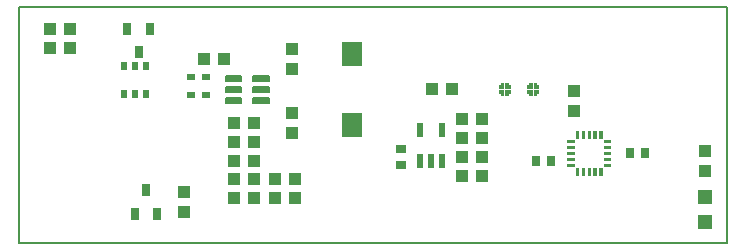
<source format=gtp>
G75*
%MOIN*%
%OFA0B0*%
%FSLAX25Y25*%
%IPPOS*%
%LPD*%
%AMOC8*
5,1,8,0,0,1.08239X$1,22.5*
%
%ADD10C,0.00600*%
%ADD11C,0.00581*%
%ADD12R,0.03937X0.04331*%
%ADD13R,0.03150X0.02362*%
%ADD14R,0.04331X0.03937*%
%ADD15R,0.06693X0.07874*%
%ADD16C,0.00256*%
%ADD17R,0.02756X0.03543*%
%ADD18C,0.00039*%
%ADD19R,0.04724X0.04724*%
%ADD20R,0.02165X0.04724*%
%ADD21R,0.02500X0.04000*%
%ADD22R,0.02000X0.02756*%
%ADD23R,0.03543X0.02756*%
D10*
X0035050Y0071300D02*
X0271270Y0071300D01*
X0271270Y0150040D01*
X0035050Y0150040D01*
X0035050Y0071300D01*
D11*
X0104189Y0119681D02*
X0109317Y0119681D01*
X0109317Y0117939D01*
X0104189Y0117939D01*
X0104189Y0119681D01*
X0104189Y0118491D02*
X0109317Y0118491D01*
X0109317Y0119043D02*
X0104189Y0119043D01*
X0104189Y0119595D02*
X0109317Y0119595D01*
X0109317Y0123421D02*
X0104189Y0123421D01*
X0109317Y0123421D02*
X0109317Y0121679D01*
X0104189Y0121679D01*
X0104189Y0123421D01*
X0104189Y0122231D02*
X0109317Y0122231D01*
X0109317Y0122783D02*
X0104189Y0122783D01*
X0104189Y0123335D02*
X0109317Y0123335D01*
X0113283Y0123421D02*
X0118411Y0123421D01*
X0118411Y0121679D01*
X0113283Y0121679D01*
X0113283Y0123421D01*
X0113283Y0122231D02*
X0118411Y0122231D01*
X0118411Y0122783D02*
X0113283Y0122783D01*
X0113283Y0123335D02*
X0118411Y0123335D01*
X0118411Y0127161D02*
X0113283Y0127161D01*
X0118411Y0127161D02*
X0118411Y0125419D01*
X0113283Y0125419D01*
X0113283Y0127161D01*
X0113283Y0125971D02*
X0118411Y0125971D01*
X0118411Y0126523D02*
X0113283Y0126523D01*
X0113283Y0127075D02*
X0118411Y0127075D01*
X0109317Y0127161D02*
X0104189Y0127161D01*
X0109317Y0127161D02*
X0109317Y0125419D01*
X0104189Y0125419D01*
X0104189Y0127161D01*
X0104189Y0125971D02*
X0109317Y0125971D01*
X0109317Y0126523D02*
X0104189Y0126523D01*
X0104189Y0127075D02*
X0109317Y0127075D01*
X0113283Y0119681D02*
X0118411Y0119681D01*
X0118411Y0117939D01*
X0113283Y0117939D01*
X0113283Y0119681D01*
X0113283Y0118491D02*
X0118411Y0118491D01*
X0118411Y0119043D02*
X0113283Y0119043D01*
X0113283Y0119595D02*
X0118411Y0119595D01*
D12*
X0126300Y0114646D03*
X0126300Y0107954D03*
X0126300Y0129204D03*
X0126300Y0135896D03*
X0090050Y0088396D03*
X0090050Y0081704D03*
X0220050Y0115454D03*
X0220050Y0122146D03*
X0263800Y0102146D03*
X0263800Y0095454D03*
D13*
X0097550Y0120847D03*
X0092550Y0120847D03*
X0092550Y0126753D03*
X0097550Y0126753D03*
D14*
X0096704Y0132550D03*
X0103396Y0132550D03*
X0106704Y0111300D03*
X0113396Y0111300D03*
X0113396Y0105050D03*
X0106704Y0105050D03*
X0106704Y0098800D03*
X0113396Y0098800D03*
X0113396Y0092550D03*
X0106704Y0092550D03*
X0106704Y0086300D03*
X0113396Y0086300D03*
X0120454Y0086300D03*
X0127146Y0086300D03*
X0127146Y0092550D03*
X0120454Y0092550D03*
X0172954Y0122550D03*
X0179646Y0122550D03*
X0182954Y0112550D03*
X0189646Y0112550D03*
X0189646Y0106300D03*
X0182954Y0106300D03*
X0182954Y0100050D03*
X0189646Y0100050D03*
X0189646Y0093800D03*
X0182954Y0093800D03*
X0052146Y0136300D03*
X0045454Y0136300D03*
X0045454Y0142550D03*
X0052146Y0142550D03*
D15*
X0146300Y0134361D03*
X0146300Y0110739D03*
D16*
X0217836Y0104853D02*
X0220020Y0104853D01*
X0217836Y0104853D02*
X0217836Y0105621D01*
X0220020Y0105621D01*
X0220020Y0104853D01*
X0220020Y0105096D02*
X0217836Y0105096D01*
X0217836Y0105339D02*
X0220020Y0105339D01*
X0220020Y0105582D02*
X0217836Y0105582D01*
X0217836Y0102885D02*
X0220020Y0102885D01*
X0217836Y0102885D02*
X0217836Y0103653D01*
X0220020Y0103653D01*
X0220020Y0102885D01*
X0220020Y0103128D02*
X0217836Y0103128D01*
X0217836Y0103371D02*
X0220020Y0103371D01*
X0220020Y0103614D02*
X0217836Y0103614D01*
X0217836Y0100916D02*
X0220020Y0100916D01*
X0217836Y0100916D02*
X0217836Y0101684D01*
X0220020Y0101684D01*
X0220020Y0100916D01*
X0220020Y0101159D02*
X0217836Y0101159D01*
X0217836Y0101402D02*
X0220020Y0101402D01*
X0220020Y0101645D02*
X0217836Y0101645D01*
X0217836Y0098947D02*
X0220020Y0098947D01*
X0217836Y0098947D02*
X0217836Y0099715D01*
X0220020Y0099715D01*
X0220020Y0098947D01*
X0220020Y0099190D02*
X0217836Y0099190D01*
X0217836Y0099433D02*
X0220020Y0099433D01*
X0220020Y0099676D02*
X0217836Y0099676D01*
X0217836Y0096979D02*
X0220020Y0096979D01*
X0217836Y0096979D02*
X0217836Y0097747D01*
X0220020Y0097747D01*
X0220020Y0096979D01*
X0220020Y0097222D02*
X0217836Y0097222D01*
X0217836Y0097465D02*
X0220020Y0097465D01*
X0220020Y0097708D02*
X0217836Y0097708D01*
X0221497Y0096270D02*
X0221497Y0094086D01*
X0220729Y0094086D01*
X0220729Y0096270D01*
X0221497Y0096270D01*
X0221497Y0094329D02*
X0220729Y0094329D01*
X0220729Y0094572D02*
X0221497Y0094572D01*
X0221497Y0094815D02*
X0220729Y0094815D01*
X0220729Y0095058D02*
X0221497Y0095058D01*
X0221497Y0095301D02*
X0220729Y0095301D01*
X0220729Y0095544D02*
X0221497Y0095544D01*
X0221497Y0095787D02*
X0220729Y0095787D01*
X0220729Y0096030D02*
X0221497Y0096030D01*
X0223465Y0096270D02*
X0223465Y0094086D01*
X0222697Y0094086D01*
X0222697Y0096270D01*
X0223465Y0096270D01*
X0223465Y0094329D02*
X0222697Y0094329D01*
X0222697Y0094572D02*
X0223465Y0094572D01*
X0223465Y0094815D02*
X0222697Y0094815D01*
X0222697Y0095058D02*
X0223465Y0095058D01*
X0223465Y0095301D02*
X0222697Y0095301D01*
X0222697Y0095544D02*
X0223465Y0095544D01*
X0223465Y0095787D02*
X0222697Y0095787D01*
X0222697Y0096030D02*
X0223465Y0096030D01*
X0225434Y0096270D02*
X0225434Y0094086D01*
X0224666Y0094086D01*
X0224666Y0096270D01*
X0225434Y0096270D01*
X0225434Y0094329D02*
X0224666Y0094329D01*
X0224666Y0094572D02*
X0225434Y0094572D01*
X0225434Y0094815D02*
X0224666Y0094815D01*
X0224666Y0095058D02*
X0225434Y0095058D01*
X0225434Y0095301D02*
X0224666Y0095301D01*
X0224666Y0095544D02*
X0225434Y0095544D01*
X0225434Y0095787D02*
X0224666Y0095787D01*
X0224666Y0096030D02*
X0225434Y0096030D01*
X0227403Y0096270D02*
X0227403Y0094086D01*
X0226635Y0094086D01*
X0226635Y0096270D01*
X0227403Y0096270D01*
X0227403Y0094329D02*
X0226635Y0094329D01*
X0226635Y0094572D02*
X0227403Y0094572D01*
X0227403Y0094815D02*
X0226635Y0094815D01*
X0226635Y0095058D02*
X0227403Y0095058D01*
X0227403Y0095301D02*
X0226635Y0095301D01*
X0226635Y0095544D02*
X0227403Y0095544D01*
X0227403Y0095787D02*
X0226635Y0095787D01*
X0226635Y0096030D02*
X0227403Y0096030D01*
X0229371Y0096270D02*
X0229371Y0094086D01*
X0228603Y0094086D01*
X0228603Y0096270D01*
X0229371Y0096270D01*
X0229371Y0094329D02*
X0228603Y0094329D01*
X0228603Y0094572D02*
X0229371Y0094572D01*
X0229371Y0094815D02*
X0228603Y0094815D01*
X0228603Y0095058D02*
X0229371Y0095058D01*
X0229371Y0095301D02*
X0228603Y0095301D01*
X0228603Y0095544D02*
X0229371Y0095544D01*
X0229371Y0095787D02*
X0228603Y0095787D01*
X0228603Y0096030D02*
X0229371Y0096030D01*
X0230080Y0096979D02*
X0232264Y0096979D01*
X0230080Y0096979D02*
X0230080Y0097747D01*
X0232264Y0097747D01*
X0232264Y0096979D01*
X0232264Y0097222D02*
X0230080Y0097222D01*
X0230080Y0097465D02*
X0232264Y0097465D01*
X0232264Y0097708D02*
X0230080Y0097708D01*
X0230080Y0098947D02*
X0232264Y0098947D01*
X0230080Y0098947D02*
X0230080Y0099715D01*
X0232264Y0099715D01*
X0232264Y0098947D01*
X0232264Y0099190D02*
X0230080Y0099190D01*
X0230080Y0099433D02*
X0232264Y0099433D01*
X0232264Y0099676D02*
X0230080Y0099676D01*
X0230080Y0100916D02*
X0232264Y0100916D01*
X0230080Y0100916D02*
X0230080Y0101684D01*
X0232264Y0101684D01*
X0232264Y0100916D01*
X0232264Y0101159D02*
X0230080Y0101159D01*
X0230080Y0101402D02*
X0232264Y0101402D01*
X0232264Y0101645D02*
X0230080Y0101645D01*
X0230080Y0102885D02*
X0232264Y0102885D01*
X0230080Y0102885D02*
X0230080Y0103653D01*
X0232264Y0103653D01*
X0232264Y0102885D01*
X0232264Y0103128D02*
X0230080Y0103128D01*
X0230080Y0103371D02*
X0232264Y0103371D01*
X0232264Y0103614D02*
X0230080Y0103614D01*
X0230080Y0104853D02*
X0232264Y0104853D01*
X0230080Y0104853D02*
X0230080Y0105621D01*
X0232264Y0105621D01*
X0232264Y0104853D01*
X0232264Y0105096D02*
X0230080Y0105096D01*
X0230080Y0105339D02*
X0232264Y0105339D01*
X0232264Y0105582D02*
X0230080Y0105582D01*
X0229371Y0106330D02*
X0229371Y0108514D01*
X0229371Y0106330D02*
X0228603Y0106330D01*
X0228603Y0108514D01*
X0229371Y0108514D01*
X0229371Y0106573D02*
X0228603Y0106573D01*
X0228603Y0106816D02*
X0229371Y0106816D01*
X0229371Y0107059D02*
X0228603Y0107059D01*
X0228603Y0107302D02*
X0229371Y0107302D01*
X0229371Y0107545D02*
X0228603Y0107545D01*
X0228603Y0107788D02*
X0229371Y0107788D01*
X0229371Y0108031D02*
X0228603Y0108031D01*
X0228603Y0108274D02*
X0229371Y0108274D01*
X0227403Y0108514D02*
X0227403Y0106330D01*
X0226635Y0106330D01*
X0226635Y0108514D01*
X0227403Y0108514D01*
X0227403Y0106573D02*
X0226635Y0106573D01*
X0226635Y0106816D02*
X0227403Y0106816D01*
X0227403Y0107059D02*
X0226635Y0107059D01*
X0226635Y0107302D02*
X0227403Y0107302D01*
X0227403Y0107545D02*
X0226635Y0107545D01*
X0226635Y0107788D02*
X0227403Y0107788D01*
X0227403Y0108031D02*
X0226635Y0108031D01*
X0226635Y0108274D02*
X0227403Y0108274D01*
X0225434Y0108514D02*
X0225434Y0106330D01*
X0224666Y0106330D01*
X0224666Y0108514D01*
X0225434Y0108514D01*
X0225434Y0106573D02*
X0224666Y0106573D01*
X0224666Y0106816D02*
X0225434Y0106816D01*
X0225434Y0107059D02*
X0224666Y0107059D01*
X0224666Y0107302D02*
X0225434Y0107302D01*
X0225434Y0107545D02*
X0224666Y0107545D01*
X0224666Y0107788D02*
X0225434Y0107788D01*
X0225434Y0108031D02*
X0224666Y0108031D01*
X0224666Y0108274D02*
X0225434Y0108274D01*
X0223465Y0108514D02*
X0223465Y0106330D01*
X0222697Y0106330D01*
X0222697Y0108514D01*
X0223465Y0108514D01*
X0223465Y0106573D02*
X0222697Y0106573D01*
X0222697Y0106816D02*
X0223465Y0106816D01*
X0223465Y0107059D02*
X0222697Y0107059D01*
X0222697Y0107302D02*
X0223465Y0107302D01*
X0223465Y0107545D02*
X0222697Y0107545D01*
X0222697Y0107788D02*
X0223465Y0107788D01*
X0223465Y0108031D02*
X0222697Y0108031D01*
X0222697Y0108274D02*
X0223465Y0108274D01*
X0221497Y0108514D02*
X0221497Y0106330D01*
X0220729Y0106330D01*
X0220729Y0108514D01*
X0221497Y0108514D01*
X0221497Y0106573D02*
X0220729Y0106573D01*
X0220729Y0106816D02*
X0221497Y0106816D01*
X0221497Y0107059D02*
X0220729Y0107059D01*
X0220729Y0107302D02*
X0221497Y0107302D01*
X0221497Y0107545D02*
X0220729Y0107545D01*
X0220729Y0107788D02*
X0221497Y0107788D01*
X0221497Y0108031D02*
X0220729Y0108031D01*
X0220729Y0108274D02*
X0221497Y0108274D01*
D17*
X0212609Y0098800D03*
X0207491Y0098800D03*
X0238741Y0101300D03*
X0243859Y0101300D03*
D18*
X0208279Y0121403D02*
X0208279Y0122308D01*
X0206704Y0122308D01*
X0206704Y0120576D01*
X0207610Y0120576D01*
X0207610Y0121403D01*
X0208279Y0121403D01*
X0208279Y0121417D02*
X0206704Y0121417D01*
X0206704Y0121379D02*
X0207610Y0121379D01*
X0207610Y0121341D02*
X0206704Y0121341D01*
X0206704Y0121303D02*
X0207610Y0121303D01*
X0207610Y0121266D02*
X0206704Y0121266D01*
X0206704Y0121228D02*
X0207610Y0121228D01*
X0207610Y0121190D02*
X0206704Y0121190D01*
X0206704Y0121152D02*
X0207610Y0121152D01*
X0207610Y0121114D02*
X0206704Y0121114D01*
X0206704Y0121076D02*
X0207610Y0121076D01*
X0207610Y0121038D02*
X0206704Y0121038D01*
X0206704Y0121000D02*
X0207610Y0121000D01*
X0207610Y0120963D02*
X0206704Y0120963D01*
X0206704Y0120925D02*
X0207610Y0120925D01*
X0207610Y0120887D02*
X0206704Y0120887D01*
X0206704Y0120849D02*
X0207610Y0120849D01*
X0207610Y0120811D02*
X0206704Y0120811D01*
X0206704Y0120773D02*
X0207610Y0120773D01*
X0207610Y0120735D02*
X0206704Y0120735D01*
X0206704Y0120697D02*
X0207610Y0120697D01*
X0207610Y0120659D02*
X0206704Y0120659D01*
X0206704Y0120622D02*
X0207610Y0120622D01*
X0207610Y0120584D02*
X0206704Y0120584D01*
X0205996Y0120584D02*
X0205090Y0120584D01*
X0205090Y0120576D02*
X0205996Y0120576D01*
X0205996Y0122308D01*
X0204421Y0122308D01*
X0204421Y0121403D01*
X0205090Y0121403D01*
X0205090Y0120576D01*
X0205090Y0120622D02*
X0205996Y0120622D01*
X0205996Y0120659D02*
X0205090Y0120659D01*
X0205090Y0120697D02*
X0205996Y0120697D01*
X0205996Y0120735D02*
X0205090Y0120735D01*
X0205090Y0120773D02*
X0205996Y0120773D01*
X0205996Y0120811D02*
X0205090Y0120811D01*
X0205090Y0120849D02*
X0205996Y0120849D01*
X0205996Y0120887D02*
X0205090Y0120887D01*
X0205090Y0120925D02*
X0205996Y0120925D01*
X0205996Y0120963D02*
X0205090Y0120963D01*
X0205090Y0121000D02*
X0205996Y0121000D01*
X0205996Y0121038D02*
X0205090Y0121038D01*
X0205090Y0121076D02*
X0205996Y0121076D01*
X0205996Y0121114D02*
X0205090Y0121114D01*
X0205090Y0121152D02*
X0205996Y0121152D01*
X0205996Y0121190D02*
X0205090Y0121190D01*
X0205090Y0121228D02*
X0205996Y0121228D01*
X0205996Y0121266D02*
X0205090Y0121266D01*
X0205090Y0121303D02*
X0205996Y0121303D01*
X0205996Y0121341D02*
X0205090Y0121341D01*
X0205090Y0121379D02*
X0205996Y0121379D01*
X0205996Y0121417D02*
X0204421Y0121417D01*
X0204421Y0121455D02*
X0205996Y0121455D01*
X0205996Y0121493D02*
X0204421Y0121493D01*
X0204421Y0121531D02*
X0205996Y0121531D01*
X0205996Y0121569D02*
X0204421Y0121569D01*
X0204421Y0121606D02*
X0205996Y0121606D01*
X0205996Y0121644D02*
X0204421Y0121644D01*
X0204421Y0121682D02*
X0205996Y0121682D01*
X0205996Y0121720D02*
X0204421Y0121720D01*
X0204421Y0121758D02*
X0205996Y0121758D01*
X0205996Y0121796D02*
X0204421Y0121796D01*
X0204421Y0121834D02*
X0205996Y0121834D01*
X0205996Y0121872D02*
X0204421Y0121872D01*
X0204421Y0121910D02*
X0205996Y0121910D01*
X0205996Y0121947D02*
X0204421Y0121947D01*
X0204421Y0121985D02*
X0205996Y0121985D01*
X0205996Y0122023D02*
X0204421Y0122023D01*
X0204421Y0122061D02*
X0205996Y0122061D01*
X0205996Y0122099D02*
X0204421Y0122099D01*
X0204421Y0122137D02*
X0205996Y0122137D01*
X0205996Y0122175D02*
X0204421Y0122175D01*
X0204421Y0122213D02*
X0205996Y0122213D01*
X0205996Y0122250D02*
X0204421Y0122250D01*
X0204421Y0122288D02*
X0205996Y0122288D01*
X0206704Y0122288D02*
X0208279Y0122288D01*
X0208279Y0122250D02*
X0206704Y0122250D01*
X0206704Y0122213D02*
X0208279Y0122213D01*
X0208279Y0122175D02*
X0206704Y0122175D01*
X0206704Y0122137D02*
X0208279Y0122137D01*
X0208279Y0122099D02*
X0206704Y0122099D01*
X0206704Y0122061D02*
X0208279Y0122061D01*
X0208279Y0122023D02*
X0206704Y0122023D01*
X0206704Y0121985D02*
X0208279Y0121985D01*
X0208279Y0121947D02*
X0206704Y0121947D01*
X0206704Y0121910D02*
X0208279Y0121910D01*
X0208279Y0121872D02*
X0206704Y0121872D01*
X0206704Y0121834D02*
X0208279Y0121834D01*
X0208279Y0121796D02*
X0206704Y0121796D01*
X0206704Y0121758D02*
X0208279Y0121758D01*
X0208279Y0121720D02*
X0206704Y0121720D01*
X0206704Y0121682D02*
X0208279Y0121682D01*
X0208279Y0121644D02*
X0206704Y0121644D01*
X0206704Y0121606D02*
X0208279Y0121606D01*
X0208279Y0121569D02*
X0206704Y0121569D01*
X0206704Y0121531D02*
X0208279Y0121531D01*
X0208279Y0121493D02*
X0206704Y0121493D01*
X0206704Y0121455D02*
X0208279Y0121455D01*
X0208279Y0123017D02*
X0206704Y0123017D01*
X0206704Y0124749D01*
X0207610Y0124749D01*
X0207610Y0123922D01*
X0208279Y0123922D01*
X0208279Y0123017D01*
X0208279Y0123046D02*
X0206704Y0123046D01*
X0206704Y0123084D02*
X0208279Y0123084D01*
X0208279Y0123122D02*
X0206704Y0123122D01*
X0206704Y0123160D02*
X0208279Y0123160D01*
X0208279Y0123198D02*
X0206704Y0123198D01*
X0206704Y0123235D02*
X0208279Y0123235D01*
X0208279Y0123273D02*
X0206704Y0123273D01*
X0206704Y0123311D02*
X0208279Y0123311D01*
X0208279Y0123349D02*
X0206704Y0123349D01*
X0206704Y0123387D02*
X0208279Y0123387D01*
X0208279Y0123425D02*
X0206704Y0123425D01*
X0206704Y0123463D02*
X0208279Y0123463D01*
X0208279Y0123501D02*
X0206704Y0123501D01*
X0206704Y0123538D02*
X0208279Y0123538D01*
X0208279Y0123576D02*
X0206704Y0123576D01*
X0206704Y0123614D02*
X0208279Y0123614D01*
X0208279Y0123652D02*
X0206704Y0123652D01*
X0206704Y0123690D02*
X0208279Y0123690D01*
X0208279Y0123728D02*
X0206704Y0123728D01*
X0206704Y0123766D02*
X0208279Y0123766D01*
X0208279Y0123804D02*
X0206704Y0123804D01*
X0206704Y0123841D02*
X0208279Y0123841D01*
X0208279Y0123879D02*
X0206704Y0123879D01*
X0206704Y0123917D02*
X0208279Y0123917D01*
X0207610Y0123955D02*
X0206704Y0123955D01*
X0206704Y0123993D02*
X0207610Y0123993D01*
X0207610Y0124031D02*
X0206704Y0124031D01*
X0206704Y0124069D02*
X0207610Y0124069D01*
X0207610Y0124107D02*
X0206704Y0124107D01*
X0206704Y0124145D02*
X0207610Y0124145D01*
X0207610Y0124182D02*
X0206704Y0124182D01*
X0206704Y0124220D02*
X0207610Y0124220D01*
X0207610Y0124258D02*
X0206704Y0124258D01*
X0206704Y0124296D02*
X0207610Y0124296D01*
X0207610Y0124334D02*
X0206704Y0124334D01*
X0206704Y0124372D02*
X0207610Y0124372D01*
X0207610Y0124410D02*
X0206704Y0124410D01*
X0206704Y0124448D02*
X0207610Y0124448D01*
X0207610Y0124485D02*
X0206704Y0124485D01*
X0206704Y0124523D02*
X0207610Y0124523D01*
X0207610Y0124561D02*
X0206704Y0124561D01*
X0206704Y0124599D02*
X0207610Y0124599D01*
X0207610Y0124637D02*
X0206704Y0124637D01*
X0206704Y0124675D02*
X0207610Y0124675D01*
X0207610Y0124713D02*
X0206704Y0124713D01*
X0205996Y0124713D02*
X0205090Y0124713D01*
X0205090Y0124749D02*
X0205996Y0124749D01*
X0205996Y0123017D01*
X0204421Y0123017D01*
X0204421Y0123922D01*
X0205090Y0123922D01*
X0205090Y0124749D01*
X0205090Y0124675D02*
X0205996Y0124675D01*
X0205996Y0124637D02*
X0205090Y0124637D01*
X0205090Y0124599D02*
X0205996Y0124599D01*
X0205996Y0124561D02*
X0205090Y0124561D01*
X0205090Y0124523D02*
X0205996Y0124523D01*
X0205996Y0124485D02*
X0205090Y0124485D01*
X0205090Y0124448D02*
X0205996Y0124448D01*
X0205996Y0124410D02*
X0205090Y0124410D01*
X0205090Y0124372D02*
X0205996Y0124372D01*
X0205996Y0124334D02*
X0205090Y0124334D01*
X0205090Y0124296D02*
X0205996Y0124296D01*
X0205996Y0124258D02*
X0205090Y0124258D01*
X0205090Y0124220D02*
X0205996Y0124220D01*
X0205996Y0124182D02*
X0205090Y0124182D01*
X0205090Y0124145D02*
X0205996Y0124145D01*
X0205996Y0124107D02*
X0205090Y0124107D01*
X0205090Y0124069D02*
X0205996Y0124069D01*
X0205996Y0124031D02*
X0205090Y0124031D01*
X0205090Y0123993D02*
X0205996Y0123993D01*
X0205996Y0123955D02*
X0205090Y0123955D01*
X0204421Y0123917D02*
X0205996Y0123917D01*
X0205996Y0123879D02*
X0204421Y0123879D01*
X0204421Y0123841D02*
X0205996Y0123841D01*
X0205996Y0123804D02*
X0204421Y0123804D01*
X0204421Y0123766D02*
X0205996Y0123766D01*
X0205996Y0123728D02*
X0204421Y0123728D01*
X0204421Y0123690D02*
X0205996Y0123690D01*
X0205996Y0123652D02*
X0204421Y0123652D01*
X0204421Y0123614D02*
X0205996Y0123614D01*
X0205996Y0123576D02*
X0204421Y0123576D01*
X0204421Y0123538D02*
X0205996Y0123538D01*
X0205996Y0123501D02*
X0204421Y0123501D01*
X0204421Y0123463D02*
X0205996Y0123463D01*
X0205996Y0123425D02*
X0204421Y0123425D01*
X0204421Y0123387D02*
X0205996Y0123387D01*
X0205996Y0123349D02*
X0204421Y0123349D01*
X0204421Y0123311D02*
X0205996Y0123311D01*
X0205996Y0123273D02*
X0204421Y0123273D01*
X0204421Y0123235D02*
X0205996Y0123235D01*
X0205996Y0123198D02*
X0204421Y0123198D01*
X0204421Y0123160D02*
X0205996Y0123160D01*
X0205996Y0123122D02*
X0204421Y0123122D01*
X0204421Y0123084D02*
X0205996Y0123084D01*
X0205996Y0123046D02*
X0204421Y0123046D01*
X0198892Y0123046D02*
X0197317Y0123046D01*
X0197317Y0123017D02*
X0197317Y0124749D01*
X0198222Y0124749D01*
X0198222Y0123922D01*
X0198892Y0123922D01*
X0198892Y0123017D01*
X0197317Y0123017D01*
X0197317Y0123084D02*
X0198892Y0123084D01*
X0198892Y0123122D02*
X0197317Y0123122D01*
X0197317Y0123160D02*
X0198892Y0123160D01*
X0198892Y0123198D02*
X0197317Y0123198D01*
X0197317Y0123235D02*
X0198892Y0123235D01*
X0198892Y0123273D02*
X0197317Y0123273D01*
X0197317Y0123311D02*
X0198892Y0123311D01*
X0198892Y0123349D02*
X0197317Y0123349D01*
X0197317Y0123387D02*
X0198892Y0123387D01*
X0198892Y0123425D02*
X0197317Y0123425D01*
X0197317Y0123463D02*
X0198892Y0123463D01*
X0198892Y0123501D02*
X0197317Y0123501D01*
X0197317Y0123538D02*
X0198892Y0123538D01*
X0198892Y0123576D02*
X0197317Y0123576D01*
X0197317Y0123614D02*
X0198892Y0123614D01*
X0198892Y0123652D02*
X0197317Y0123652D01*
X0197317Y0123690D02*
X0198892Y0123690D01*
X0198892Y0123728D02*
X0197317Y0123728D01*
X0197317Y0123766D02*
X0198892Y0123766D01*
X0198892Y0123804D02*
X0197317Y0123804D01*
X0197317Y0123841D02*
X0198892Y0123841D01*
X0198892Y0123879D02*
X0197317Y0123879D01*
X0197317Y0123917D02*
X0198892Y0123917D01*
X0198222Y0123955D02*
X0197317Y0123955D01*
X0197317Y0123993D02*
X0198222Y0123993D01*
X0198222Y0124031D02*
X0197317Y0124031D01*
X0197317Y0124069D02*
X0198222Y0124069D01*
X0198222Y0124107D02*
X0197317Y0124107D01*
X0197317Y0124145D02*
X0198222Y0124145D01*
X0198222Y0124182D02*
X0197317Y0124182D01*
X0197317Y0124220D02*
X0198222Y0124220D01*
X0198222Y0124258D02*
X0197317Y0124258D01*
X0197317Y0124296D02*
X0198222Y0124296D01*
X0198222Y0124334D02*
X0197317Y0124334D01*
X0197317Y0124372D02*
X0198222Y0124372D01*
X0198222Y0124410D02*
X0197317Y0124410D01*
X0197317Y0124448D02*
X0198222Y0124448D01*
X0198222Y0124485D02*
X0197317Y0124485D01*
X0197317Y0124523D02*
X0198222Y0124523D01*
X0198222Y0124561D02*
X0197317Y0124561D01*
X0197317Y0124599D02*
X0198222Y0124599D01*
X0198222Y0124637D02*
X0197317Y0124637D01*
X0197317Y0124675D02*
X0198222Y0124675D01*
X0198222Y0124713D02*
X0197317Y0124713D01*
X0196608Y0124713D02*
X0195703Y0124713D01*
X0195703Y0124749D02*
X0196608Y0124749D01*
X0196608Y0123017D01*
X0195033Y0123017D01*
X0195033Y0123922D01*
X0195703Y0123922D01*
X0195703Y0124749D01*
X0195703Y0124675D02*
X0196608Y0124675D01*
X0196608Y0124637D02*
X0195703Y0124637D01*
X0195703Y0124599D02*
X0196608Y0124599D01*
X0196608Y0124561D02*
X0195703Y0124561D01*
X0195703Y0124523D02*
X0196608Y0124523D01*
X0196608Y0124485D02*
X0195703Y0124485D01*
X0195703Y0124448D02*
X0196608Y0124448D01*
X0196608Y0124410D02*
X0195703Y0124410D01*
X0195703Y0124372D02*
X0196608Y0124372D01*
X0196608Y0124334D02*
X0195703Y0124334D01*
X0195703Y0124296D02*
X0196608Y0124296D01*
X0196608Y0124258D02*
X0195703Y0124258D01*
X0195703Y0124220D02*
X0196608Y0124220D01*
X0196608Y0124182D02*
X0195703Y0124182D01*
X0195703Y0124145D02*
X0196608Y0124145D01*
X0196608Y0124107D02*
X0195703Y0124107D01*
X0195703Y0124069D02*
X0196608Y0124069D01*
X0196608Y0124031D02*
X0195703Y0124031D01*
X0195703Y0123993D02*
X0196608Y0123993D01*
X0196608Y0123955D02*
X0195703Y0123955D01*
X0195033Y0123917D02*
X0196608Y0123917D01*
X0196608Y0123879D02*
X0195033Y0123879D01*
X0195033Y0123841D02*
X0196608Y0123841D01*
X0196608Y0123804D02*
X0195033Y0123804D01*
X0195033Y0123766D02*
X0196608Y0123766D01*
X0196608Y0123728D02*
X0195033Y0123728D01*
X0195033Y0123690D02*
X0196608Y0123690D01*
X0196608Y0123652D02*
X0195033Y0123652D01*
X0195033Y0123614D02*
X0196608Y0123614D01*
X0196608Y0123576D02*
X0195033Y0123576D01*
X0195033Y0123538D02*
X0196608Y0123538D01*
X0196608Y0123501D02*
X0195033Y0123501D01*
X0195033Y0123463D02*
X0196608Y0123463D01*
X0196608Y0123425D02*
X0195033Y0123425D01*
X0195033Y0123387D02*
X0196608Y0123387D01*
X0196608Y0123349D02*
X0195033Y0123349D01*
X0195033Y0123311D02*
X0196608Y0123311D01*
X0196608Y0123273D02*
X0195033Y0123273D01*
X0195033Y0123235D02*
X0196608Y0123235D01*
X0196608Y0123198D02*
X0195033Y0123198D01*
X0195033Y0123160D02*
X0196608Y0123160D01*
X0196608Y0123122D02*
X0195033Y0123122D01*
X0195033Y0123084D02*
X0196608Y0123084D01*
X0196608Y0123046D02*
X0195033Y0123046D01*
X0195033Y0122308D02*
X0195033Y0121403D01*
X0195703Y0121403D01*
X0195703Y0120576D01*
X0196608Y0120576D01*
X0196608Y0122308D01*
X0195033Y0122308D01*
X0195033Y0122288D02*
X0196608Y0122288D01*
X0196608Y0122250D02*
X0195033Y0122250D01*
X0195033Y0122213D02*
X0196608Y0122213D01*
X0196608Y0122175D02*
X0195033Y0122175D01*
X0195033Y0122137D02*
X0196608Y0122137D01*
X0196608Y0122099D02*
X0195033Y0122099D01*
X0195033Y0122061D02*
X0196608Y0122061D01*
X0196608Y0122023D02*
X0195033Y0122023D01*
X0195033Y0121985D02*
X0196608Y0121985D01*
X0196608Y0121947D02*
X0195033Y0121947D01*
X0195033Y0121910D02*
X0196608Y0121910D01*
X0196608Y0121872D02*
X0195033Y0121872D01*
X0195033Y0121834D02*
X0196608Y0121834D01*
X0196608Y0121796D02*
X0195033Y0121796D01*
X0195033Y0121758D02*
X0196608Y0121758D01*
X0196608Y0121720D02*
X0195033Y0121720D01*
X0195033Y0121682D02*
X0196608Y0121682D01*
X0196608Y0121644D02*
X0195033Y0121644D01*
X0195033Y0121606D02*
X0196608Y0121606D01*
X0196608Y0121569D02*
X0195033Y0121569D01*
X0195033Y0121531D02*
X0196608Y0121531D01*
X0196608Y0121493D02*
X0195033Y0121493D01*
X0195033Y0121455D02*
X0196608Y0121455D01*
X0196608Y0121417D02*
X0195033Y0121417D01*
X0195703Y0121379D02*
X0196608Y0121379D01*
X0196608Y0121341D02*
X0195703Y0121341D01*
X0195703Y0121303D02*
X0196608Y0121303D01*
X0196608Y0121266D02*
X0195703Y0121266D01*
X0195703Y0121228D02*
X0196608Y0121228D01*
X0196608Y0121190D02*
X0195703Y0121190D01*
X0195703Y0121152D02*
X0196608Y0121152D01*
X0196608Y0121114D02*
X0195703Y0121114D01*
X0195703Y0121076D02*
X0196608Y0121076D01*
X0196608Y0121038D02*
X0195703Y0121038D01*
X0195703Y0121000D02*
X0196608Y0121000D01*
X0196608Y0120963D02*
X0195703Y0120963D01*
X0195703Y0120925D02*
X0196608Y0120925D01*
X0196608Y0120887D02*
X0195703Y0120887D01*
X0195703Y0120849D02*
X0196608Y0120849D01*
X0196608Y0120811D02*
X0195703Y0120811D01*
X0195703Y0120773D02*
X0196608Y0120773D01*
X0196608Y0120735D02*
X0195703Y0120735D01*
X0195703Y0120697D02*
X0196608Y0120697D01*
X0196608Y0120659D02*
X0195703Y0120659D01*
X0195703Y0120622D02*
X0196608Y0120622D01*
X0196608Y0120584D02*
X0195703Y0120584D01*
X0197317Y0120584D02*
X0198222Y0120584D01*
X0198222Y0120576D02*
X0197317Y0120576D01*
X0197317Y0122308D01*
X0198892Y0122308D01*
X0198892Y0121403D01*
X0198222Y0121403D01*
X0198222Y0120576D01*
X0198222Y0120622D02*
X0197317Y0120622D01*
X0197317Y0120659D02*
X0198222Y0120659D01*
X0198222Y0120697D02*
X0197317Y0120697D01*
X0197317Y0120735D02*
X0198222Y0120735D01*
X0198222Y0120773D02*
X0197317Y0120773D01*
X0197317Y0120811D02*
X0198222Y0120811D01*
X0198222Y0120849D02*
X0197317Y0120849D01*
X0197317Y0120887D02*
X0198222Y0120887D01*
X0198222Y0120925D02*
X0197317Y0120925D01*
X0197317Y0120963D02*
X0198222Y0120963D01*
X0198222Y0121000D02*
X0197317Y0121000D01*
X0197317Y0121038D02*
X0198222Y0121038D01*
X0198222Y0121076D02*
X0197317Y0121076D01*
X0197317Y0121114D02*
X0198222Y0121114D01*
X0198222Y0121152D02*
X0197317Y0121152D01*
X0197317Y0121190D02*
X0198222Y0121190D01*
X0198222Y0121228D02*
X0197317Y0121228D01*
X0197317Y0121266D02*
X0198222Y0121266D01*
X0198222Y0121303D02*
X0197317Y0121303D01*
X0197317Y0121341D02*
X0198222Y0121341D01*
X0198222Y0121379D02*
X0197317Y0121379D01*
X0197317Y0121417D02*
X0198892Y0121417D01*
X0198892Y0121455D02*
X0197317Y0121455D01*
X0197317Y0121493D02*
X0198892Y0121493D01*
X0198892Y0121531D02*
X0197317Y0121531D01*
X0197317Y0121569D02*
X0198892Y0121569D01*
X0198892Y0121606D02*
X0197317Y0121606D01*
X0197317Y0121644D02*
X0198892Y0121644D01*
X0198892Y0121682D02*
X0197317Y0121682D01*
X0197317Y0121720D02*
X0198892Y0121720D01*
X0198892Y0121758D02*
X0197317Y0121758D01*
X0197317Y0121796D02*
X0198892Y0121796D01*
X0198892Y0121834D02*
X0197317Y0121834D01*
X0197317Y0121872D02*
X0198892Y0121872D01*
X0198892Y0121910D02*
X0197317Y0121910D01*
X0197317Y0121947D02*
X0198892Y0121947D01*
X0198892Y0121985D02*
X0197317Y0121985D01*
X0197317Y0122023D02*
X0198892Y0122023D01*
X0198892Y0122061D02*
X0197317Y0122061D01*
X0197317Y0122099D02*
X0198892Y0122099D01*
X0198892Y0122137D02*
X0197317Y0122137D01*
X0197317Y0122175D02*
X0198892Y0122175D01*
X0198892Y0122213D02*
X0197317Y0122213D01*
X0197317Y0122250D02*
X0198892Y0122250D01*
X0198892Y0122288D02*
X0197317Y0122288D01*
D19*
X0263800Y0086684D03*
X0263800Y0078416D03*
D20*
X0176290Y0098681D03*
X0172550Y0098681D03*
X0168810Y0098681D03*
X0168810Y0108919D03*
X0176290Y0108919D03*
D21*
X0081290Y0081113D03*
X0073810Y0081113D03*
X0077550Y0088987D03*
X0075050Y0134863D03*
X0071310Y0142737D03*
X0078790Y0142737D03*
D22*
X0077540Y0130188D03*
X0073800Y0130188D03*
X0070060Y0130188D03*
X0070060Y0121034D03*
X0073800Y0121034D03*
X0077540Y0121034D03*
D23*
X0162550Y0102609D03*
X0162550Y0097491D03*
M02*

</source>
